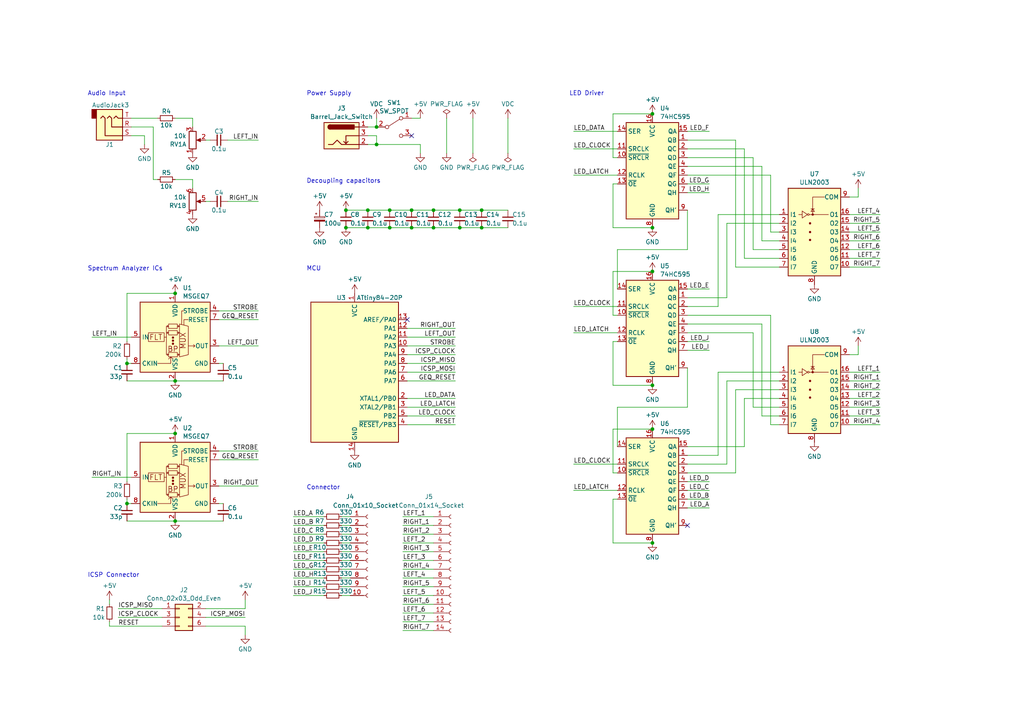
<source format=kicad_sch>
(kicad_sch (version 20230121) (generator eeschema)
  (paper "A4")
  (lib_symbols
    (symbol "74xx:74HC595"
      (property "Reference" "U" (at -7.62 13.97 0))
      (property "Value" "74HC595" (at -7.62 -16.51 0))
      (symbol "74HC595_1_0"
        (pin tri_state line (at 10.16 7.62 180) (length 2.54) (name "QB") (number "1"))
        (pin input line (at -10.16 2.54 0) (length 2.54) (name "~{SRCLR}") (number "10"))
        (pin input line (at -10.16 5.08 0) (length 2.54) (name "SRCLK") (number "11"))
        (pin input line (at -10.16 -2.54 0) (length 2.54) (name "RCLK") (number "12"))
        (pin input line (at -10.16 -5.08 0) (length 2.54) (name "~{OE}") (number "13"))
        (pin input line (at -10.16 10.16 0) (length 2.54) (name "SER") (number "14"))
        (pin tri_state line (at 10.16 10.16 180) (length 2.54) (name "QA") (number "15"))
        (pin power_in line (at 0 15.24 270) (length 2.54) (name "VCC") (number "16"))
        (pin tri_state line (at 10.16 5.08 180) (length 2.54) (name "QC") (number "2"))
        (pin tri_state line (at 10.16 2.54 180) (length 2.54) (name "QD") (number "3"))
        (pin tri_state line (at 10.16 0 180) (length 2.54) (name "QE") (number "4"))
        (pin tri_state line (at 10.16 -2.54 180) (length 2.54) (name "QF") (number "5"))
        (pin tri_state line (at 10.16 -5.08 180) (length 2.54) (name "QG") (number "6"))
        (pin tri_state line (at 10.16 -7.62 180) (length 2.54) (name "QH") (number "7"))
        (pin power_in line (at 0 -17.78 90) (length 2.54) (name "GND") (number "8"))
        (pin output line (at 10.16 -12.7 180) (length 2.54) (name "QH'") (number "9"))
      )
    )
    (symbol "Audio:MSGEQ7"
      (property "Reference" "U" (at -2.54 13.97 0))
      (property "Value" "MSGEQ7" (at -2.54 11.43 0))
      (symbol "MSGEQ7_0_0"
        (text "BP" (at -0.635 -3.429 0) (effects (font (size 1.524 1.524))))
        (text "FLT" (at -5.588 0 0) (effects (font (size 1.524 1.524))))
        (text "MUX" (at 2.286 -1.016 900) (effects (font (size 1.524 1.524))))
      )
      (symbol "MSGEQ7_1_1"
        (pin power_in line (at 0 12.7 270) (length 2.54) (name "VDD") (number "1"))
        (pin power_in line (at 0 -12.7 90) (length 2.54) (name "VSS") (number "2"))
        (pin output line (at 12.7 -2.54 180) (length 2.54) (name "OUT") (number "3"))
        (pin input line (at 12.7 7.62 180) (length 2.54) (name "STROBE") (number "4"))
        (pin input line (at -12.7 0 0) (length 2.54) (name "IN") (number "5"))
        (pin power_out line (at 12.7 -7.62 180) (length 2.54) (name "GND") (number "6"))
        (pin input line (at 12.7 5.08 180) (length 2.54) (name "RESET") (number "7"))
        (pin input line (at -12.7 -7.62 0) (length 2.54) (name "CKIN") (number "8"))
      )
    )
    (symbol "Connector:Barrel_Jack_Switch" (pin_names hide)
      (property "Reference" "J" (at 0 5.334 0))
      (property "Value" "Barrel_Jack_Switch" (at 0 -5.08 0))
      (symbol "Barrel_Jack_Switch_1_1"
        (pin passive line (at 7.62 2.54 180) (length 2.54) (name "~") (number "1"))
        (pin passive line (at 7.62 -2.54 180) (length 2.54) (name "~") (number "2"))
        (pin passive line (at 7.62 0 180) (length 2.54) (name "~") (number "3"))
      )
    )
    (symbol "Connector:Conn_01x10_Socket" (pin_names (offset 1.016) hide)
      (property "Reference" "J" (at 0 12.7 0))
      (property "Value" "Conn_01x10_Socket" (at 0 -15.24 0))
      (symbol "Conn_01x10_Socket_1_1"
        (pin passive line (at -5.08 10.16 0) (length 3.81) (name "Pin_1") (number "1"))
        (pin passive line (at -5.08 -12.7 0) (length 3.81) (name "Pin_10") (number "10"))
        (pin passive line (at -5.08 7.62 0) (length 3.81) (name "Pin_2") (number "2"))
        (pin passive line (at -5.08 5.08 0) (length 3.81) (name "Pin_3") (number "3"))
        (pin passive line (at -5.08 2.54 0) (length 3.81) (name "Pin_4") (number "4"))
        (pin passive line (at -5.08 0 0) (length 3.81) (name "Pin_5") (number "5"))
        (pin passive line (at -5.08 -2.54 0) (length 3.81) (name "Pin_6") (number "6"))
        (pin passive line (at -5.08 -5.08 0) (length 3.81) (name "Pin_7") (number "7"))
        (pin passive line (at -5.08 -7.62 0) (length 3.81) (name "Pin_8") (number "8"))
        (pin passive line (at -5.08 -10.16 0) (length 3.81) (name "Pin_9") (number "9"))
      )
    )
    (symbol "Connector:Conn_01x14_Socket" (pin_names (offset 1.016) hide)
      (property "Reference" "J" (at 0 17.78 0))
      (property "Value" "Conn_01x14_Socket" (at 0 -20.32 0))
      (symbol "Conn_01x14_Socket_1_1"
        (pin passive line (at -5.08 15.24 0) (length 3.81) (name "Pin_1") (number "1"))
        (pin passive line (at -5.08 -7.62 0) (length 3.81) (name "Pin_10") (number "10"))
        (pin passive line (at -5.08 -10.16 0) (length 3.81) (name "Pin_11") (number "11"))
        (pin passive line (at -5.08 -12.7 0) (length 3.81) (name "Pin_12") (number "12"))
        (pin passive line (at -5.08 -15.24 0) (length 3.81) (name "Pin_13") (number "13"))
        (pin passive line (at -5.08 -17.78 0) (length 3.81) (name "Pin_14") (number "14"))
        (pin passive line (at -5.08 12.7 0) (length 3.81) (name "Pin_2") (number "2"))
        (pin passive line (at -5.08 10.16 0) (length 3.81) (name "Pin_3") (number "3"))
        (pin passive line (at -5.08 7.62 0) (length 3.81) (name "Pin_4") (number "4"))
        (pin passive line (at -5.08 5.08 0) (length 3.81) (name "Pin_5") (number "5"))
        (pin passive line (at -5.08 2.54 0) (length 3.81) (name "Pin_6") (number "6"))
        (pin passive line (at -5.08 0 0) (length 3.81) (name "Pin_7") (number "7"))
        (pin passive line (at -5.08 -2.54 0) (length 3.81) (name "Pin_8") (number "8"))
        (pin passive line (at -5.08 -5.08 0) (length 3.81) (name "Pin_9") (number "9"))
      )
    )
    (symbol "Connector_Audio:AudioJack3"
      (property "Reference" "J" (at 0 8.89 0))
      (property "Value" "AudioJack3" (at 0 6.35 0))
      (symbol "AudioJack3_1_1"
        (pin passive line (at 5.08 0 180) (length 2.54) (name "~") (number "R"))
        (pin passive line (at 5.08 2.54 180) (length 2.54) (name "~") (number "S"))
        (pin passive line (at 5.08 -2.54 180) (length 2.54) (name "~") (number "T"))
      )
    )
    (symbol "Connector_Generic:Conn_02x03_Odd_Even" (pin_names (offset 1.016) hide)
      (property "Reference" "J" (at 1.27 5.08 0))
      (property "Value" "Conn_02x03_Odd_Even" (at 1.27 -5.08 0))
      (symbol "Conn_02x03_Odd_Even_1_1"
        (pin passive line (at -5.08 2.54 0) (length 3.81) (name "Pin_1") (number "1"))
        (pin passive line (at 7.62 2.54 180) (length 3.81) (name "Pin_2") (number "2"))
        (pin passive line (at -5.08 0 0) (length 3.81) (name "Pin_3") (number "3"))
        (pin passive line (at 7.62 0 180) (length 3.81) (name "Pin_4") (number "4"))
        (pin passive line (at -5.08 -2.54 0) (length 3.81) (name "Pin_5") (number "5"))
        (pin passive line (at 7.62 -2.54 180) (length 3.81) (name "Pin_6") (number "6"))
      )
    )
    (symbol "Device:C_Polarized_Small" (pin_numbers hide) (pin_names (offset 0.254) hide)
      (property "Reference" "C" (at 0.254 1.778 0))
      (property "Value" "C_Polarized_Small" (at 0.254 -2.032 0))
      (symbol "C_Polarized_Small_1_1"
        (pin passive line (at 0 2.54 270) (length 1.8542) (name "~") (number "1"))
        (pin passive line (at 0 -2.54 90) (length 1.8542) (name "~") (number "2"))
      )
    )
    (symbol "Device:C_Small" (pin_numbers hide) (pin_names (offset 0.254) hide)
      (property "Reference" "C" (at 0.254 1.778 0))
      (property "Value" "C_Small" (at 0.254 -2.032 0))
      (symbol "C_Small_1_1"
        (pin passive line (at 0 2.54 270) (length 2.032) (name "~") (number "1"))
        (pin passive line (at 0 -2.54 90) (length 2.032) (name "~") (number "2"))
      )
    )
    (symbol "Device:R_Potentiometer_Dual_Separate" (pin_names (offset 1.016) hide)
      (property "Reference" "RV" (at -4.445 0 90))
      (property "Value" "R_Potentiometer_Dual_Separate" (at -2.54 0 90))
      (symbol "R_Potentiometer_Dual_Separate_1_1"
        (pin passive line (at 0 3.81 270) (length 1.27) (name "1") (number "1"))
        (pin passive line (at 3.81 0 180) (length 1.27) (name "2") (number "2"))
        (pin passive line (at 0 -3.81 90) (length 1.27) (name "3") (number "3"))
      )
      (symbol "R_Potentiometer_Dual_Separate_2_1"
        (pin passive line (at 0 3.81 270) (length 1.27) (name "4") (number "4"))
        (pin passive line (at 3.81 0 180) (length 1.27) (name "5") (number "5"))
        (pin passive line (at 0 -3.81 90) (length 1.27) (name "6") (number "6"))
      )
    )
    (symbol "Device:R_Small" (pin_numbers hide) (pin_names (offset 0.254) hide)
      (property "Reference" "R" (at 0.762 0.508 0))
      (property "Value" "R_Small" (at 0.762 -1.016 0))
      (symbol "R_Small_1_1"
        (pin passive line (at 0 2.54 270) (length 0.762) (name "~") (number "1"))
        (pin passive line (at 0 -2.54 90) (length 0.762) (name "~") (number "2"))
      )
    )
    (symbol "MCU_Microchip_ATtiny:ATtiny84-20P"
      (property "Reference" "U" (at -12.7 21.59 0))
      (property "Value" "ATtiny84-20P" (at 2.54 -21.59 0))
      (symbol "ATtiny84-20P_1_1"
        (pin power_in line (at 0 22.86 270) (length 2.54) (name "VCC") (number "1"))
        (pin bidirectional line (at 15.24 7.62 180) (length 2.54) (name "PA3") (number "10"))
        (pin bidirectional line (at 15.24 10.16 180) (length 2.54) (name "PA2") (number "11"))
        (pin bidirectional line (at 15.24 12.7 180) (length 2.54) (name "PA1") (number "12"))
        (pin bidirectional line (at 15.24 15.24 180) (length 2.54) (name "AREF/PA0") (number "13"))
        (pin power_in line (at 0 -22.86 90) (length 2.54) (name "GND") (number "14"))
        (pin bidirectional line (at 15.24 -7.62 180) (length 2.54) (name "XTAL1/PB0") (number "2"))
        (pin bidirectional line (at 15.24 -10.16 180) (length 2.54) (name "XTAL2/PB1") (number "3"))
        (pin bidirectional line (at 15.24 -15.24 180) (length 2.54) (name "~{RESET}/PB3") (number "4"))
        (pin bidirectional line (at 15.24 -12.7 180) (length 2.54) (name "PB2") (number "5"))
        (pin bidirectional line (at 15.24 -2.54 180) (length 2.54) (name "PA7") (number "6"))
        (pin bidirectional line (at 15.24 0 180) (length 2.54) (name "PA6") (number "7"))
        (pin bidirectional line (at 15.24 2.54 180) (length 2.54) (name "PA5") (number "8"))
        (pin bidirectional line (at 15.24 5.08 180) (length 2.54) (name "PA4") (number "9"))
      )
    )
    (symbol "Switch:SW_SPDT" (pin_names (offset 0) hide)
      (property "Reference" "SW" (at 0 4.318 0))
      (property "Value" "SW_SPDT" (at 0 -5.08 0))
      (symbol "SW_SPDT_1_1"
        (pin passive line (at 5.08 2.54 180) (length 2.54) (name "A") (number "1"))
        (pin passive line (at -5.08 0 0) (length 2.54) (name "B") (number "2"))
        (pin passive line (at 5.08 -2.54 180) (length 2.54) (name "C") (number "3"))
      )
    )
    (symbol "Transistor_Array:ULN2003"
      (property "Reference" "U" (at 0 15.875 0))
      (property "Value" "ULN2003" (at 0 13.97 0))
      (symbol "ULN2003_1_1"
        (pin input line (at -10.16 5.08 0) (length 2.54) (name "I1") (number "1"))
        (pin open_collector line (at 10.16 -10.16 180) (length 2.54) (name "O7") (number "10"))
        (pin open_collector line (at 10.16 -7.62 180) (length 2.54) (name "O6") (number "11"))
        (pin open_collector line (at 10.16 -5.08 180) (length 2.54) (name "O5") (number "12"))
        (pin open_collector line (at 10.16 -2.54 180) (length 2.54) (name "O4") (number "13"))
        (pin open_collector line (at 10.16 0 180) (length 2.54) (name "O3") (number "14"))
        (pin open_collector line (at 10.16 2.54 180) (length 2.54) (name "O2") (number "15"))
        (pin open_collector line (at 10.16 5.08 180) (length 2.54) (name "O1") (number "16"))
        (pin input line (at -10.16 2.54 0) (length 2.54) (name "I2") (number "2"))
        (pin input line (at -10.16 0 0) (length 2.54) (name "I3") (number "3"))
        (pin input line (at -10.16 -2.54 0) (length 2.54) (name "I4") (number "4"))
        (pin input line (at -10.16 -5.08 0) (length 2.54) (name "I5") (number "5"))
        (pin input line (at -10.16 -7.62 0) (length 2.54) (name "I6") (number "6"))
        (pin input line (at -10.16 -10.16 0) (length 2.54) (name "I7") (number "7"))
        (pin power_in line (at 0 -15.24 90) (length 2.54) (name "GND") (number "8"))
        (pin passive line (at 10.16 10.16 180) (length 2.54) (name "COM") (number "9"))
      )
    )
    (symbol "power:+5V" (power) (pin_names (offset 0))
      (property "Value" "+5V" (at 0 3.556 0))
      (symbol "+5V_1_1"
        (pin power_in line (at 0 0 90) (length 0) hide (name "+5V") (number "1"))
      )
    )
    (symbol "power:GND" (power) (pin_names (offset 0))
      (property "Value" "GND" (at 0 -3.81 0))
      (symbol "GND_1_1"
        (pin power_in line (at 0 0 270) (length 0) hide (name "GND") (number "1"))
      )
    )
    (symbol "power:PWR_FLAG" (power) (pin_numbers hide) (pin_names (offset 0) hide)
      (property "Value" "PWR_FLAG" (at 0 3.81 0))
      (symbol "PWR_FLAG_0_0"
        (pin power_out line (at 0 0 90) (length 0) (name "pwr") (number "1"))
      )
    )
    (symbol "power:VDC" (power) (pin_names (offset 0))
      (property "Value" "VDC" (at 0 6.35 0))
      (symbol "VDC_1_1"
        (pin power_in line (at 0 0 90) (length 0) hide (name "VDC") (number "1"))
      )
    )
  )
  (junction (at 113.03 66.04))
  (junction (at 100.33 66.04))
  (junction (at 139.7 66.04))
  (junction (at 189.23 111.76))
  (junction (at 36.83 146.05))
  (junction (at 133.35 66.04))
  (junction (at 133.35 60.96))
  (junction (at 125.73 60.96))
  (junction (at 189.23 66.04))
  (junction (at 189.23 124.46))
  (junction (at 119.38 60.96))
  (junction (at 119.38 66.04))
  (junction (at 189.23 33.02))
  (junction (at 50.8 125.73))
  (junction (at 50.8 85.09))
  (junction (at 106.68 60.96))
  (junction (at 100.33 60.96))
  (junction (at 113.03 60.96))
  (junction (at 36.83 105.41))
  (junction (at 189.23 78.74))
  (junction (at 50.8 151.13))
  (junction (at 106.68 66.04))
  (junction (at 189.23 157.48))
  (junction (at 109.22 41.91))
  (junction (at 125.73 66.04))
  (junction (at 139.7 60.96))
  (junction (at 109.22 36.83))
  (junction (at 50.8 110.49))
  (no_connect (at 119.38 39.37))
  (no_connect (at 199.39 152.4))
  (no_connect (at 118.11 92.71))
  (wire (pts (xy 213.36 113.03) (xy 213.36 137.16)))
  (wire (pts (xy 31.75 173.99) (xy 31.75 175.26)))
  (wire (pts (xy 125.73 154.94) (xy 116.84 154.94)))
  (wire (pts (xy 177.8 124.46) (xy 177.8 137.16)))
  (wire (pts (xy 59.69 176.53) (xy 71.12 176.53)))
  (wire (pts (xy 85.09 157.48) (xy 93.98 157.48)))
  (wire (pts (xy 121.92 41.91) (xy 121.92 44.45)))
  (wire (pts (xy 199.39 55.88) (xy 205.74 55.88)))
  (wire (pts (xy 213.36 40.64) (xy 213.36 77.47)))
  (wire (pts (xy 113.03 66.04) (xy 119.38 66.04)))
  (wire (pts (xy 246.38 77.47) (xy 255.27 77.47)))
  (wire (pts (xy 215.9 74.93) (xy 215.9 43.18)))
  (wire (pts (xy 85.09 154.94) (xy 93.98 154.94)))
  (wire (pts (xy 177.8 99.06) (xy 177.8 111.76)))
  (wire (pts (xy 208.28 62.23) (xy 226.06 62.23)))
  (wire (pts (xy 199.39 134.62) (xy 210.82 134.62)))
  (wire (pts (xy 137.16 34.29) (xy 137.16 44.45)))
  (wire (pts (xy 59.69 181.61) (xy 71.12 181.61)))
  (wire (pts (xy 44.45 52.07) (xy 45.72 52.07)))
  (wire (pts (xy 226.06 74.93) (xy 215.9 74.93)))
  (wire (pts (xy 166.37 43.18) (xy 179.07 43.18)))
  (wire (pts (xy 210.82 86.36) (xy 210.82 64.77)))
  (wire (pts (xy 218.44 72.39) (xy 226.06 72.39)))
  (wire (pts (xy 36.83 144.78) (xy 36.83 146.05)))
  (wire (pts (xy 125.73 60.96) (xy 133.35 60.96)))
  (wire (pts (xy 218.44 96.52) (xy 218.44 118.11)))
  (wire (pts (xy 85.09 149.86) (xy 93.98 149.86)))
  (wire (pts (xy 199.39 72.39) (xy 199.39 60.96)))
  (wire (pts (xy 31.75 181.61) (xy 46.99 181.61)))
  (wire (pts (xy 199.39 132.08) (xy 208.28 132.08)))
  (wire (pts (xy 118.11 120.65) (xy 132.08 120.65)))
  (wire (pts (xy 177.8 137.16) (xy 179.07 137.16)))
  (wire (pts (xy 177.8 157.48) (xy 189.23 157.48)))
  (wire (pts (xy 74.93 40.64) (xy 66.04 40.64)))
  (wire (pts (xy 119.38 66.04) (xy 125.73 66.04)))
  (wire (pts (xy 177.8 111.76) (xy 189.23 111.76)))
  (wire (pts (xy 106.68 66.04) (xy 113.03 66.04)))
  (wire (pts (xy 248.92 57.15) (xy 246.38 57.15)))
  (wire (pts (xy 199.39 91.44) (xy 223.52 91.44)))
  (wire (pts (xy 199.39 96.52) (xy 218.44 96.52)))
  (wire (pts (xy 41.91 39.37) (xy 41.91 41.91)))
  (wire (pts (xy 179.07 118.11) (xy 199.39 118.11)))
  (wire (pts (xy 38.1 105.41) (xy 36.83 105.41)))
  (wire (pts (xy 208.28 132.08) (xy 208.28 107.95)))
  (wire (pts (xy 208.28 88.9) (xy 208.28 62.23)))
  (wire (pts (xy 246.38 113.03) (xy 255.27 113.03)))
  (wire (pts (xy 59.69 58.42) (xy 60.96 58.42)))
  (wire (pts (xy 63.5 100.33) (xy 74.93 100.33)))
  (wire (pts (xy 166.37 38.1) (xy 179.07 38.1)))
  (wire (pts (xy 246.38 74.93) (xy 255.27 74.93)))
  (wire (pts (xy 85.09 162.56) (xy 93.98 162.56)))
  (wire (pts (xy 63.5 133.35) (xy 74.93 133.35)))
  (wire (pts (xy 199.39 118.11) (xy 199.39 106.68)))
  (wire (pts (xy 199.39 142.24) (xy 205.74 142.24)))
  (wire (pts (xy 248.92 100.33) (xy 248.92 102.87)))
  (wire (pts (xy 101.6 172.72) (xy 99.06 172.72)))
  (wire (pts (xy 50.8 151.13) (xy 64.77 151.13)))
  (wire (pts (xy 50.8 34.29) (xy 55.88 34.29)))
  (wire (pts (xy 166.37 142.24) (xy 179.07 142.24)))
  (wire (pts (xy 177.8 66.04) (xy 189.23 66.04)))
  (wire (pts (xy 101.6 157.48) (xy 99.06 157.48)))
  (wire (pts (xy 166.37 50.8) (xy 179.07 50.8)))
  (wire (pts (xy 63.5 105.41) (xy 64.77 105.41)))
  (wire (pts (xy 55.88 34.29) (xy 55.88 36.83)))
  (wire (pts (xy 34.29 179.07) (xy 46.99 179.07)))
  (wire (pts (xy 133.35 66.04) (xy 139.7 66.04)))
  (wire (pts (xy 246.38 120.65) (xy 255.27 120.65)))
  (wire (pts (xy 36.83 125.73) (xy 50.8 125.73)))
  (wire (pts (xy 106.68 39.37) (xy 109.22 39.37)))
  (wire (pts (xy 246.38 107.95) (xy 255.27 107.95)))
  (wire (pts (xy 210.82 134.62) (xy 210.82 110.49)))
  (wire (pts (xy 199.39 86.36) (xy 210.82 86.36)))
  (wire (pts (xy 210.82 110.49) (xy 226.06 110.49)))
  (wire (pts (xy 85.09 167.64) (xy 93.98 167.64)))
  (wire (pts (xy 199.39 53.34) (xy 205.74 53.34)))
  (wire (pts (xy 179.07 99.06) (xy 177.8 99.06)))
  (wire (pts (xy 36.83 85.09) (xy 50.8 85.09)))
  (wire (pts (xy 246.38 67.31) (xy 255.27 67.31)))
  (wire (pts (xy 166.37 88.9) (xy 179.07 88.9)))
  (wire (pts (xy 101.6 152.4) (xy 99.06 152.4)))
  (wire (pts (xy 50.8 110.49) (xy 64.77 110.49)))
  (wire (pts (xy 139.7 60.96) (xy 147.32 60.96)))
  (wire (pts (xy 223.52 91.44) (xy 223.52 123.19)))
  (wire (pts (xy 118.11 118.11) (xy 132.08 118.11)))
  (wire (pts (xy 220.98 93.98) (xy 220.98 120.65)))
  (wire (pts (xy 125.73 165.1) (xy 116.84 165.1)))
  (wire (pts (xy 125.73 172.72) (xy 116.84 172.72)))
  (wire (pts (xy 101.6 167.64) (xy 99.06 167.64)))
  (wire (pts (xy 246.38 110.49) (xy 255.27 110.49)))
  (wire (pts (xy 85.09 172.72) (xy 93.98 172.72)))
  (wire (pts (xy 220.98 69.85) (xy 226.06 69.85)))
  (wire (pts (xy 63.5 140.97) (xy 74.93 140.97)))
  (wire (pts (xy 226.06 113.03) (xy 213.36 113.03)))
  (wire (pts (xy 246.38 72.39) (xy 255.27 72.39)))
  (wire (pts (xy 177.8 78.74) (xy 189.23 78.74)))
  (wire (pts (xy 125.73 162.56) (xy 116.84 162.56)))
  (wire (pts (xy 223.52 67.31) (xy 226.06 67.31)))
  (wire (pts (xy 179.07 53.34) (xy 177.8 53.34)))
  (wire (pts (xy 179.07 129.54) (xy 179.07 118.11)))
  (wire (pts (xy 85.09 152.4) (xy 93.98 152.4)))
  (wire (pts (xy 125.73 160.02) (xy 116.84 160.02)))
  (wire (pts (xy 125.73 167.64) (xy 116.84 167.64)))
  (wire (pts (xy 119.38 60.96) (xy 125.73 60.96)))
  (wire (pts (xy 106.68 60.96) (xy 113.03 60.96)))
  (wire (pts (xy 199.39 144.78) (xy 205.74 144.78)))
  (wire (pts (xy 118.11 97.79) (xy 132.08 97.79)))
  (wire (pts (xy 36.83 105.41) (xy 36.83 104.14)))
  (wire (pts (xy 210.82 64.77) (xy 226.06 64.77)))
  (wire (pts (xy 100.33 66.04) (xy 106.68 66.04)))
  (wire (pts (xy 166.37 96.52) (xy 179.07 96.52)))
  (wire (pts (xy 109.22 39.37) (xy 109.22 41.91)))
  (wire (pts (xy 118.11 102.87) (xy 132.08 102.87)))
  (wire (pts (xy 199.39 38.1) (xy 205.74 38.1)))
  (wire (pts (xy 199.39 93.98) (xy 220.98 93.98)))
  (wire (pts (xy 50.8 52.07) (xy 55.88 52.07)))
  (wire (pts (xy 199.39 45.72) (xy 218.44 45.72)))
  (wire (pts (xy 101.6 162.56) (xy 99.06 162.56)))
  (wire (pts (xy 215.9 115.57) (xy 226.06 115.57)))
  (wire (pts (xy 71.12 176.53) (xy 71.12 173.99)))
  (wire (pts (xy 199.39 48.26) (xy 220.98 48.26)))
  (wire (pts (xy 220.98 120.65) (xy 226.06 120.65)))
  (wire (pts (xy 199.39 88.9) (xy 208.28 88.9)))
  (wire (pts (xy 113.03 60.96) (xy 119.38 60.96)))
  (wire (pts (xy 199.39 40.64) (xy 213.36 40.64)))
  (wire (pts (xy 45.72 34.29) (xy 38.1 34.29)))
  (wire (pts (xy 177.8 45.72) (xy 179.07 45.72)))
  (wire (pts (xy 208.28 107.95) (xy 226.06 107.95)))
  (wire (pts (xy 246.38 62.23) (xy 255.27 62.23)))
  (wire (pts (xy 31.75 180.34) (xy 31.75 181.61)))
  (wire (pts (xy 177.8 78.74) (xy 177.8 91.44)))
  (wire (pts (xy 246.38 64.77) (xy 255.27 64.77)))
  (wire (pts (xy 118.11 95.25) (xy 132.08 95.25)))
  (wire (pts (xy 118.11 100.33) (xy 132.08 100.33)))
  (wire (pts (xy 118.11 105.41) (xy 132.08 105.41)))
  (wire (pts (xy 85.09 170.18) (xy 93.98 170.18)))
  (wire (pts (xy 133.35 60.96) (xy 139.7 60.96)))
  (wire (pts (xy 106.68 41.91) (xy 109.22 41.91)))
  (wire (pts (xy 177.8 91.44) (xy 179.07 91.44)))
  (wire (pts (xy 59.69 40.64) (xy 60.96 40.64)))
  (wire (pts (xy 63.5 146.05) (xy 64.77 146.05)))
  (wire (pts (xy 223.52 50.8) (xy 223.52 67.31)))
  (wire (pts (xy 177.8 33.02) (xy 177.8 45.72)))
  (wire (pts (xy 125.73 177.8) (xy 116.84 177.8)))
  (wire (pts (xy 248.92 54.61) (xy 248.92 57.15)))
  (wire (pts (xy 177.8 53.34) (xy 177.8 66.04)))
  (wire (pts (xy 125.73 66.04) (xy 133.35 66.04)))
  (wire (pts (xy 246.38 69.85) (xy 255.27 69.85)))
  (wire (pts (xy 59.69 179.07) (xy 71.12 179.07)))
  (wire (pts (xy 125.73 175.26) (xy 116.84 175.26)))
  (wire (pts (xy 223.52 123.19) (xy 226.06 123.19)))
  (wire (pts (xy 125.73 149.86) (xy 116.84 149.86)))
  (wire (pts (xy 125.73 170.18) (xy 116.84 170.18)))
  (wire (pts (xy 215.9 43.18) (xy 199.39 43.18)))
  (wire (pts (xy 109.22 41.91) (xy 121.92 41.91)))
  (wire (pts (xy 179.07 83.82) (xy 179.07 72.39)))
  (wire (pts (xy 36.83 151.13) (xy 50.8 151.13)))
  (wire (pts (xy 44.45 36.83) (xy 44.45 52.07)))
  (wire (pts (xy 101.6 165.1) (xy 99.06 165.1)))
  (wire (pts (xy 199.39 101.6) (xy 205.74 101.6)))
  (wire (pts (xy 38.1 39.37) (xy 41.91 39.37)))
  (wire (pts (xy 246.38 123.19) (xy 255.27 123.19)))
  (wire (pts (xy 74.93 58.42) (xy 66.04 58.42)))
  (wire (pts (xy 44.45 36.83) (xy 38.1 36.83)))
  (wire (pts (xy 199.39 129.54) (xy 215.9 129.54)))
  (wire (pts (xy 118.11 107.95) (xy 132.08 107.95)))
  (wire (pts (xy 177.8 144.78) (xy 177.8 157.48)))
  (wire (pts (xy 36.83 146.05) (xy 38.1 146.05)))
  (wire (pts (xy 220.98 48.26) (xy 220.98 69.85)))
  (wire (pts (xy 101.6 160.02) (xy 99.06 160.02)))
  (wire (pts (xy 125.73 182.88) (xy 116.84 182.88)))
  (wire (pts (xy 246.38 118.11) (xy 255.27 118.11)))
  (wire (pts (xy 147.32 34.29) (xy 147.32 44.45)))
  (wire (pts (xy 118.11 123.19) (xy 132.08 123.19)))
  (wire (pts (xy 199.39 147.32) (xy 205.74 147.32)))
  (wire (pts (xy 125.73 180.34) (xy 116.84 180.34)))
  (wire (pts (xy 109.22 34.29) (xy 109.22 36.83)))
  (wire (pts (xy 63.5 130.81) (xy 74.93 130.81)))
  (wire (pts (xy 199.39 139.7) (xy 205.74 139.7)))
  (wire (pts (xy 85.09 165.1) (xy 93.98 165.1)))
  (wire (pts (xy 26.67 138.43) (xy 38.1 138.43)))
  (wire (pts (xy 118.11 110.49) (xy 132.08 110.49)))
  (wire (pts (xy 85.09 160.02) (xy 93.98 160.02)))
  (wire (pts (xy 125.73 152.4) (xy 116.84 152.4)))
  (wire (pts (xy 101.6 170.18) (xy 99.06 170.18)))
  (wire (pts (xy 63.5 90.17) (xy 74.93 90.17)))
  (wire (pts (xy 109.22 36.83) (xy 106.68 36.83)))
  (wire (pts (xy 246.38 115.57) (xy 255.27 115.57)))
  (wire (pts (xy 71.12 181.61) (xy 71.12 184.15)))
  (wire (pts (xy 218.44 45.72) (xy 218.44 72.39)))
  (wire (pts (xy 179.07 72.39) (xy 199.39 72.39)))
  (wire (pts (xy 213.36 137.16) (xy 199.39 137.16)))
  (wire (pts (xy 125.73 157.48) (xy 116.84 157.48)))
  (wire (pts (xy 100.33 60.96) (xy 106.68 60.96)))
  (wire (pts (xy 36.83 110.49) (xy 50.8 110.49)))
  (wire (pts (xy 248.92 102.87) (xy 246.38 102.87)))
  (wire (pts (xy 101.6 154.94) (xy 99.06 154.94)))
  (wire (pts (xy 179.07 144.78) (xy 177.8 144.78)))
  (wire (pts (xy 101.6 149.86) (xy 99.06 149.86)))
  (wire (pts (xy 199.39 50.8) (xy 223.52 50.8)))
  (wire (pts (xy 118.11 115.57) (xy 132.08 115.57)))
  (wire (pts (xy 129.54 34.29) (xy 129.54 44.45)))
  (wire (pts (xy 34.29 176.53) (xy 46.99 176.53)))
  (wire (pts (xy 199.39 83.82) (xy 205.74 83.82)))
  (wire (pts (xy 177.8 124.46) (xy 189.23 124.46)))
  (wire (pts (xy 139.7 66.04) (xy 147.32 66.04)))
  (wire (pts (xy 36.83 99.06) (xy 36.83 85.09)))
  (wire (pts (xy 215.9 129.54) (xy 215.9 115.57)))
  (wire (pts (xy 63.5 92.71) (xy 74.93 92.71)))
  (wire (pts (xy 166.37 134.62) (xy 179.07 134.62)))
  (wire (pts (xy 55.88 52.07) (xy 55.88 54.61)))
  (wire (pts (xy 26.67 97.79) (xy 38.1 97.79)))
  (wire (pts (xy 199.39 99.06) (xy 205.74 99.06)))
  (wire (pts (xy 177.8 33.02) (xy 189.23 33.02)))
  (wire (pts (xy 213.36 77.47) (xy 226.06 77.47)))
  (wire (pts (xy 119.38 34.29) (xy 121.92 34.29)))
  (wire (pts (xy 36.83 139.7) (xy 36.83 125.73)))
  (wire (pts (xy 218.44 118.11) (xy 226.06 118.11)))
  (text "Spectrum Analyzer ICs" (at 25.4 78.74 0) (effects (font (size 1.27 1.27)) (justify left bottom)))
  (text "Power Supply" (at 88.9 27.94 0) (effects (font (size 1.27 1.27)) (justify left bottom)))
  (text "LED Driver" (at 165.1 27.94 0) (effects (font (size 1.27 1.27)) (justify left bottom)))
  (text "Audio Input" (at 25.4 27.94 0) (effects (font (size 1.27 1.27)) (justify left bottom)))
  (text "Decoupling capacitors" (at 88.9 53.34 0) (effects (font (size 1.27 1.27)) (justify left bottom)))
  (text "MCU" (at 88.9 78.74 0) (effects (font (size 1.27 1.27)) (justify left bottom)))
  (text "ICSP Connector" (at 25.4 167.64 0) (effects (font (size 1.27 1.27)) (justify left bottom)))
  (text "Connector" (at 88.9 142.24 0) (effects (font (size 1.27 1.27)) (justify left bottom)))
  (label "LED_B" (at 85.09 152.4 0))
  (label "LEFT_OUT" (at 132.08 97.79 180))
  (label "LEFT_4" (at 116.84 167.64 0))
  (label "LED_D" (at 85.09 157.48 0))
  (label "RIGHT_OUT" (at 132.08 95.25 180))
  (label "ICSP_MOSI" (at 132.08 107.95 180))
  (label "LED_F" (at 205.74 38.1 180))
  (label "GEQ_RESET" (at 74.93 133.35 180))
  (label "LED_F" (at 85.09 162.56 0))
  (label "GEQ_RESET" (at 74.93 92.71 180))
  (label "RIGHT_3" (at 116.84 160.02 0))
  (label "LEFT_IN" (at 26.67 97.79 0))
  (label "LED_G" (at 85.09 165.1 0))
  (label "LEFT_2" (at 255.27 115.57 180))
  (label "LED_CLOCK" (at 166.37 43.18 0))
  (label "LEFT_1" (at 116.84 149.86 0))
  (label "LED_DATA" (at 166.37 38.1 0))
  (label "LED_LATCH" (at 166.37 50.8 0))
  (label "LED_CLOCK" (at 166.37 134.62 0))
  (label "LED_A" (at 205.74 147.32 180))
  (label "RIGHT_1" (at 255.27 110.49 180))
  (label "ICSP_CLOCK" (at 34.29 179.07 0))
  (label "LED_C" (at 205.74 142.24 180))
  (label "LED_I" (at 205.74 101.6 180))
  (label "LED_E" (at 85.09 160.02 0))
  (label "LED_LATCH" (at 132.08 118.11 180))
  (label "LED_H" (at 205.74 55.88 180))
  (label "STROBE" (at 74.93 130.81 180))
  (label "RIGHT_6" (at 116.84 175.26 0))
  (label "LEFT_4" (at 255.27 62.23 180))
  (label "ICSP_MISO" (at 132.08 105.41 180))
  (label "RIGHT_OUT" (at 74.93 140.97 180))
  (label "STROBE" (at 74.93 90.17 180))
  (label "RIGHT_IN" (at 26.67 138.43 0))
  (label "LEFT_6" (at 255.27 72.39 180))
  (label "STROBE" (at 132.08 100.33 180))
  (label "LED_LATCH" (at 166.37 142.24 0))
  (label "RIGHT_5" (at 116.84 170.18 0))
  (label "LEFT_7" (at 255.27 74.93 180))
  (label "LEFT_5" (at 255.27 67.31 180))
  (label "LEFT_7" (at 116.84 180.34 0))
  (label "LED_I" (at 85.09 170.18 0))
  (label "LED_B" (at 205.74 144.78 180))
  (label "RIGHT_7" (at 255.27 77.47 180))
  (label "ICSP_MOSI" (at 71.12 179.07 180))
  (label "LED_J" (at 85.09 172.72 0))
  (label "LEFT_5" (at 116.84 172.72 0))
  (label "LEFT_6" (at 116.84 177.8 0))
  (label "RIGHT_2" (at 255.27 113.03 180))
  (label "RIGHT_7" (at 116.84 182.88 0))
  (label "LEFT_3" (at 116.84 162.56 0))
  (label "LED_D" (at 205.74 139.7 180))
  (label "ICSP_MISO" (at 34.29 176.53 0))
  (label "LED_CLOCK" (at 132.08 120.65 180))
  (label "ICSP_CLOCK" (at 132.08 102.87 180))
  (label "LEFT_IN" (at 74.93 40.64 180))
  (label "RIGHT_4" (at 116.84 165.1 0))
  (label "LEFT_3" (at 255.27 120.65 180))
  (label "LED_G" (at 205.74 53.34 180))
  (label "RIGHT_3" (at 255.27 118.11 180))
  (label "LED_E" (at 205.74 83.82 180))
  (label "RIGHT_6" (at 255.27 69.85 180))
  (label "LED_H" (at 85.09 167.64 0))
  (label "LED_J" (at 205.74 99.06 180))
  (label "RESET" (at 34.29 181.61 0))
  (label "LED_CLOCK" (at 166.37 88.9 0))
  (label "LED_LATCH" (at 166.37 96.52 0))
  (label "RIGHT_1" (at 116.84 152.4 0))
  (label "RIGHT_5" (at 255.27 64.77 180))
  (label "RIGHT_IN" (at 74.93 58.42 180))
  (label "LED_DATA" (at 132.08 115.57 180))
  (label "LEFT_OUT" (at 74.93 100.33 180))
  (label "LEFT_2" (at 116.84 157.48 0))
  (label "LEFT_1" (at 255.27 107.95 180))
  (label "RESET" (at 132.08 123.19 180))
  (label "RIGHT_2" (at 116.84 154.94 0))
  (label "LED_A" (at 85.09 149.86 0))
  (label "GEQ_RESET" (at 132.08 110.49 180))
  (label "RIGHT_4" (at 255.27 123.19 180))
  (label "LED_C" (at 85.09 154.94 0))
  (symbol (lib_id "power:+5V") (at 248.92 54.61 0) (unit 1)
    (property "Reference" "#PWR033" (effects hide))
    (property "Value" "+5V" (at 248.92 50.4769 0))
  )
  (symbol (lib_id "power:GND") (at 55.88 44.45 0) (mirror y) (unit 1)
    (property "Reference" "#PWR07" (effects hide))
    (property "Value" "GND" (at 55.88 48.5831 0))
  )
  (symbol (lib_id "Device:R_Small") (at 96.52 172.72 90) (unit 1)
    (property "Reference" "R15" (at 92.71 171.45 90))
    (property "Value" "330" (at 100.33 171.45 90))
    (property "Footprint" "Resistor_THT:R_Axial_DIN0207_L6.3mm_D2.5mm_P7.62mm_Horizontal" (effects hide))
  )
  (symbol (lib_id "Audio:MSGEQ7") (at 50.8 138.43 0) (unit 1)
    (property "Reference" "U2" (at 52.9941 124.1257 0) (effects (justify left)))
    (property "Value" "MSGEQ7" (at 52.9941 126.5499 0) (effects (justify left)))
    (property "Footprint" "Package_DIP:DIP-8_W7.62mm" (effects hide))
    (property "Datasheet" "http://mix-sig.com/images/datasheets/MSGEQ7.pdf" (effects hide))
  )
  (symbol (lib_id "Device:C_Small") (at 36.83 148.59 0) (unit 1)
    (property "Reference" "C2" (at 35.56 147.32 0) (effects (justify right)))
    (property "Value" "33p" (at 35.56 149.86 0) (effects (justify right)))
    (property "Footprint" "Capacitor_THT:C_Disc_D3.4mm_W2.1mm_P2.50mm" (effects hide))
  )
  (symbol (lib_id "power:+5V") (at 137.16 34.29 0) (unit 1)
    (property "Reference" "#PWR024" (effects hide))
    (property "Value" "+5V" (at 137.16 30.1569 0))
  )
  (symbol (lib_id "74xx:74HC595") (at 189.23 139.7 0) (unit 1)
    (property "Reference" "U6" (at 191.4241 122.8557 0) (effects (justify left)))
    (property "Value" "74HC595" (at 191.4241 125.2799 0) (effects (justify left)))
    (property "Footprint" "Package_DIP:DIP-16_W7.62mm" (effects hide))
    (property "Datasheet" "http://www.ti.com/lit/ds/symlink/sn74hc595.pdf" (effects hide))
  )
  (symbol (lib_id "Device:C_Small") (at 63.5 58.42 270) (mirror x) (unit 1)
    (property "Reference" "C4" (at 63.5 55.88 90))
    (property "Value" "0.1u" (at 63.5 60.96 90))
    (property "Footprint" "Capacitor_THT:C_Disc_D3.4mm_W2.1mm_P2.50mm" (effects hide))
  )
  (symbol (lib_id "MCU_Microchip_ATtiny:ATtiny84-20P") (at 102.87 107.95 0) (unit 1)
    (property "Reference" "U3" (at 100.33 86.36 0) (effects (justify right)))
    (property "Value" "ATtiny84-20P" (at 116.84 86.36 0) (effects (justify right)))
    (property "Footprint" "Package_DIP:DIP-14_W7.62mm" (effects hide))
    (property "Datasheet" "http://ww1.microchip.com/downloads/en/DeviceDoc/doc8006.pdf" (effects hide))
  )
  (symbol (lib_id "power:+5V") (at 31.75 173.99 0) (unit 1)
    (property "Reference" "#PWR01" (effects hide))
    (property "Value" "+5V" (at 31.75 169.8569 0))
  )
  (symbol (lib_id "Audio:MSGEQ7") (at 50.8 97.79 0) (unit 1)
    (property "Reference" "U1" (at 52.9941 83.4857 0) (effects (justify left)))
    (property "Value" "MSGEQ7" (at 52.9941 85.9099 0) (effects (justify left)))
    (property "Footprint" "Package_DIP:DIP-8_W7.62mm" (effects hide))
    (property "Datasheet" "http://mix-sig.com/images/datasheets/MSGEQ7.pdf" (effects hide))
  )
  (symbol (lib_id "power:+5V") (at 248.92 100.33 0) (unit 1)
    (property "Reference" "#PWR034" (effects hide))
    (property "Value" "+5V" (at 248.92 96.1969 0))
  )
  (symbol (lib_id "Connector_Audio:AudioJack3") (at 33.02 36.83 0) (mirror x) (unit 1)
    (property "Reference" "J1" (at 33.02 41.91 0) (effects (justify right)))
    (property "Value" "AudioJack3" (at 26.67 30.48 0) (effects (justify left)))
    (property "Footprint" "Connector_Audio:Jack_3.5mm_Switronic_ST-005-G_horizontal" (effects hide))
  )
  (symbol (lib_id "Device:R_Small") (at 96.52 154.94 90) (unit 1)
    (property "Reference" "R8" (at 92.71 153.67 90))
    (property "Value" "330" (at 100.33 153.67 90))
    (property "Footprint" "Resistor_THT:R_Axial_DIN0207_L6.3mm_D2.5mm_P7.62mm_Horizontal" (effects hide))
  )
  (symbol (lib_id "Device:C_Small") (at 125.73 63.5 0) (unit 1)
    (property "Reference" "C12" (at 127 62.23 0) (effects (justify left)))
    (property "Value" "0.1u" (at 127 64.77 0) (effects (justify left)))
    (property "Footprint" "Capacitor_THT:C_Disc_D3.4mm_W2.1mm_P2.50mm" (effects hide))
  )
  (symbol (lib_id "Device:C_Small") (at 147.32 63.5 0) (unit 1)
    (property "Reference" "C15" (at 148.59 62.23 0) (effects (justify left)))
    (property "Value" "0.1u" (at 148.59 64.77 0) (effects (justify left)))
    (property "Footprint" "Capacitor_THT:C_Disc_D3.4mm_W2.1mm_P2.50mm" (effects hide))
  )
  (symbol (lib_id "power:GND") (at 50.8 110.49 0) (unit 1)
    (property "Reference" "#PWR04" (effects hide))
    (property "Value" "GND" (at 50.8 114.6231 0))
  )
  (symbol (lib_id "Device:R_Small") (at 36.83 101.6 0) (unit 1)
    (property "Reference" "R2" (at 35.3314 100.3879 0) (effects (justify right)))
    (property "Value" "200k" (at 35.3314 102.8121 0) (effects (justify right)))
    (property "Footprint" "Resistor_THT:R_Axial_DIN0207_L6.3mm_D2.5mm_P7.62mm_Horizontal" (effects hide))
  )
  (symbol (lib_id "power:PWR_FLAG") (at 147.32 44.45 180) (unit 1)
    (property "Reference" "#FLG03" (effects hide))
    (property "Value" "PWR_FLAG" (at 147.32 48.5831 0))
  )
  (symbol (lib_id "Device:R_Small") (at 96.52 152.4 90) (unit 1)
    (property "Reference" "R7" (at 92.71 151.13 90))
    (property "Value" "330" (at 100.33 151.13 90))
    (property "Footprint" "Resistor_THT:R_Axial_DIN0207_L6.3mm_D2.5mm_P7.62mm_Horizontal" (effects hide))
  )
  (symbol (lib_id "power:GND") (at 236.22 82.55 0) (unit 1)
    (property "Reference" "#PWR031" (effects hide))
    (property "Value" "GND" (at 236.22 86.6831 0))
  )
  (symbol (lib_id "Device:R_Small") (at 48.26 52.07 90) (mirror x) (unit 1)
    (property "Reference" "R5" (at 48.26 50.8 90) (effects (justify bottom)))
    (property "Value" "10k" (at 48.26 53.34 90) (effects (justify top)))
    (property "Footprint" "Resistor_THT:R_Axial_DIN0207_L6.3mm_D2.5mm_P7.62mm_Horizontal" (effects hide))
  )
  (symbol (lib_id "Switch:SW_SPDT") (at 114.3 36.83 0) (unit 1)
    (property "Reference" "SW1" (at 114.3 29.7647 0))
    (property "Value" "SW_SPDT" (at 114.3 32.1889 0))
    (property "Footprint" "aki_Switch:4MS1R202M6QES" (effects hide))
  )
  (symbol (lib_id "Device:R_Small") (at 96.52 162.56 90) (unit 1)
    (property "Reference" "R11" (at 92.71 161.29 90))
    (property "Value" "330" (at 100.33 161.29 90))
    (property "Footprint" "Resistor_THT:R_Axial_DIN0207_L6.3mm_D2.5mm_P7.62mm_Horizontal" (effects hide))
  )
  (symbol (lib_id "power:GND") (at 236.22 128.27 0) (unit 1)
    (property "Reference" "#PWR032" (effects hide))
    (property "Value" "GND" (at 236.22 132.4031 0))
  )
  (symbol (lib_id "Device:C_Small") (at 63.5 40.64 270) (mirror x) (unit 1)
    (property "Reference" "C3" (at 63.5 38.1 90))
    (property "Value" "0.1u" (at 63.5 43.18 90))
    (property "Footprint" "Capacitor_THT:C_Disc_D3.4mm_W2.1mm_P2.50mm" (effects hide))
  )
  (symbol (lib_id "Device:R_Small") (at 96.52 167.64 90) (unit 1)
    (property "Reference" "R13" (at 92.71 166.37 90))
    (property "Value" "330" (at 100.33 166.37 90))
    (property "Footprint" "Resistor_THT:R_Axial_DIN0207_L6.3mm_D2.5mm_P7.62mm_Horizontal" (effects hide))
  )
  (symbol (lib_id "Device:R_Small") (at 96.52 149.86 90) (unit 1)
    (property "Reference" "R6" (at 92.71 148.59 90))
    (property "Value" "330" (at 100.33 148.59 90))
    (property "Footprint" "Resistor_THT:R_Axial_DIN0207_L6.3mm_D2.5mm_P7.62mm_Horizontal" (effects hide))
  )
  (symbol (lib_id "Device:R_Potentiometer_Dual_Separate") (at 55.88 58.42 0) (mirror x) (unit 2)
    (property "Reference" "RV1" (at 54.1021 59.6321 0) (effects (justify right)))
    (property "Value" "10k" (at 54.1021 57.2079 0) (effects (justify right)))
    (property "Footprint" "Potentiometer_THT:Potentiometer_Alps_RK097_Dual_Horizontal" (effects hide))
  )
  (symbol (lib_id "power:+5V") (at 102.87 85.09 0) (unit 1)
    (property "Reference" "#PWR017" (effects hide))
    (property "Value" "+5V" (at 102.87 80.9569 0))
  )
  (symbol (lib_id "power:PWR_FLAG") (at 137.16 44.45 0) (mirror x) (unit 1)
    (property "Reference" "#FLG02" (effects hide))
    (property "Value" "PWR_FLAG" (at 137.16 48.5831 0))
  )
  (symbol (lib_id "Device:C_Small") (at 113.03 63.5 0) (unit 1)
    (property "Reference" "C10" (at 114.3 62.23 0) (effects (justify left)))
    (property "Value" "0.1u" (at 114.3 64.77 0) (effects (justify left)))
    (property "Footprint" "Capacitor_THT:C_Disc_D3.4mm_W2.1mm_P2.50mm" (effects hide))
  )
  (symbol (lib_id "power:GND") (at 189.23 157.48 0) (unit 1)
    (property "Reference" "#PWR030" (effects hide))
    (property "Value" "GND" (at 189.23 161.6131 0))
  )
  (symbol (lib_id "Device:C_Small") (at 36.83 107.95 0) (unit 1)
    (property "Reference" "C1" (at 35.56 106.68 0) (effects (justify right)))
    (property "Value" "33p" (at 35.56 109.22 0) (effects (justify right)))
    (property "Footprint" "Capacitor_THT:C_Disc_D3.4mm_W2.1mm_P2.50mm" (effects hide))
  )
  (symbol (lib_id "power:+5V") (at 189.23 33.02 0) (unit 1)
    (property "Reference" "#PWR025" (effects hide))
    (property "Value" "+5V" (at 189.23 28.8869 0))
  )
  (symbol (lib_id "Device:C_Small") (at 133.35 63.5 0) (unit 1)
    (property "Reference" "C13" (at 134.62 62.23 0) (effects (justify left)))
    (property "Value" "0.1u" (at 134.62 64.77 0) (effects (justify left)))
    (property "Footprint" "Capacitor_THT:C_Disc_D3.4mm_W2.1mm_P2.50mm" (effects hide))
  )
  (symbol (lib_id "power:GND") (at 92.71 66.04 0) (unit 1)
    (property "Reference" "#PWR012" (effects hide))
    (property "Value" "GND" (at 92.71 70.1731 0))
  )
  (symbol (lib_id "power:GND") (at 189.23 66.04 0) (unit 1)
    (property "Reference" "#PWR026" (effects hide))
    (property "Value" "GND" (at 189.23 70.1731 0))
  )
  (symbol (lib_id "power:GND") (at 129.54 44.45 0) (unit 1)
    (property "Reference" "#PWR023" (effects hide))
    (property "Value" "GND" (at 129.54 48.5831 0))
  )
  (symbol (lib_id "Device:C_Small") (at 64.77 148.59 0) (unit 1)
    (property "Reference" "C6" (at 66.04 147.32 0) (effects (justify left)))
    (property "Value" "0.1u" (at 66.04 149.86 0) (effects (justify left)))
    (property "Footprint" "Capacitor_THT:C_Disc_D3.4mm_W2.1mm_P2.50mm" (effects hide))
  )
  (symbol (lib_id "Device:C_Small") (at 139.7 63.5 0) (unit 1)
    (property "Reference" "C14" (at 140.97 62.23 0) (effects (justify left)))
    (property "Value" "0.1u" (at 140.97 64.77 0) (effects (justify left)))
    (property "Footprint" "Capacitor_THT:C_Disc_D3.4mm_W2.1mm_P2.50mm" (effects hide))
  )
  (symbol (lib_id "Device:R_Small") (at 31.75 177.8 0) (mirror y) (unit 1)
    (property "Reference" "R1" (at 30.48 176.53 0) (effects (justify left)))
    (property "Value" "10k" (at 30.48 179.07 0) (effects (justify left)))
    (property "Footprint" "Resistor_THT:R_Axial_DIN0207_L6.3mm_D2.5mm_P7.62mm_Horizontal" (effects hide))
  )
  (symbol (lib_id "power:GND") (at 50.8 151.13 0) (unit 1)
    (property "Reference" "#PWR06" (effects hide))
    (property "Value" "GND" (at 50.8 155.2631 0))
  )
  (symbol (lib_id "power:GND") (at 41.91 41.91 0) (mirror y) (unit 1)
    (property "Reference" "#PWR02" (effects hide))
    (property "Value" "GND" (at 41.91 46.0431 0))
  )
  (symbol (lib_id "Connector:Barrel_Jack_Switch") (at 99.06 39.37 0) (unit 1)
    (property "Reference" "J3" (at 99.06 31.4157 0))
    (property "Value" "Barrel_Jack_Switch" (at 99.06 33.8399 0))
    (property "Footprint" "Connector_BarrelJack:BarrelJack_Horizontal" (effects hide))
  )
  (symbol (lib_id "power:GND") (at 121.92 44.45 0) (unit 1)
    (property "Reference" "#PWR022" (effects hide))
    (property "Value" "GND" (at 121.92 48.5831 0))
  )
  (symbol (lib_id "Device:C_Polarized_Small") (at 92.71 63.5 0) (unit 1)
    (property "Reference" "C7" (at 93.98 62.23 0) (effects (justify left)))
    (property "Value" "100u" (at 93.98 64.77 0) (effects (justify left)))
    (property "Footprint" "Capacitor_THT:CP_Radial_D5.0mm_P2.50mm" (effects hide))
  )
  (symbol (lib_id "Device:R_Small") (at 36.83 142.24 0) (unit 1)
    (property "Reference" "R3" (at 35.56 140.97 0) (effects (justify right)))
    (property "Value" "200k" (at 35.56 143.51 0) (effects (justify right)))
    (property "Footprint" "Resistor_THT:R_Axial_DIN0207_L6.3mm_D2.5mm_P7.62mm_Horizontal" (effects hide))
  )
  (symbol (lib_id "Transistor_Array:ULN2003") (at 236.22 67.31 0) (unit 1)
    (property "Reference" "U7" (at 236.22 50.4657 0))
    (property "Value" "ULN2003" (at 236.22 52.8899 0))
    (property "Footprint" "Package_DIP:DIP-16_W7.62mm" (effects hide))
    (property "Datasheet" "http://www.ti.com/lit/ds/symlink/uln2003a.pdf" (effects hide))
  )
  (symbol (lib_id "Device:R_Potentiometer_Dual_Separate") (at 55.88 40.64 0) (mirror x) (unit 1)
    (property "Reference" "RV1" (at 54.1021 41.8521 0) (effects (justify right)))
    (property "Value" "10k" (at 54.1021 39.4279 0) (effects (justify right)))
    (property "Footprint" "Potentiometer_THT:Potentiometer_Alps_RK097_Dual_Horizontal" (effects hide))
  )
  (symbol (lib_id "power:GND") (at 55.88 62.23 0) (mirror y) (unit 1)
    (property "Reference" "#PWR08" (effects hide))
    (property "Value" "GND" (at 55.88 66.3631 0))
  )
  (symbol (lib_id "Connector_Generic:Conn_02x03_Odd_Even") (at 52.07 179.07 0) (unit 1)
    (property "Reference" "J2" (at 53.34 171.1157 0))
    (property "Value" "Conn_02x03_Odd_Even" (at 53.34 173.5399 0))
    (property "Footprint" "Connector_PinHeader_2.54mm:PinHeader_2x03_P2.54mm_Vertical" (effects hide))
  )
  (symbol (lib_id "power:+5V") (at 92.71 60.96 0) (unit 1)
    (property "Reference" "#PWR011" (effects hide))
    (property "Value" "+5V" (at 92.71 56.8269 0))
  )
  (symbol (lib_id "Device:R_Small") (at 96.52 160.02 90) (unit 1)
    (property "Reference" "R10" (at 92.71 158.75 90))
    (property "Value" "330" (at 100.33 158.75 90))
    (property "Footprint" "Resistor_THT:R_Axial_DIN0207_L6.3mm_D2.5mm_P7.62mm_Horizontal" (effects hide))
  )
  (symbol (lib_id "power:+5V") (at 71.12 173.99 0) (unit 1)
    (property "Reference" "#PWR09" (effects hide))
    (property "Value" "+5V" (at 71.12 169.8569 0))
  )
  (symbol (lib_id "power:+5V") (at 50.8 85.09 0) (unit 1)
    (property "Reference" "#PWR03" (effects hide))
    (property "Value" "+5V" (at 50.8 80.9569 0))
  )
  (symbol (lib_id "power:VDC") (at 109.22 34.29 0) (unit 1)
    (property "Reference" "#PWR013" (effects hide))
    (property "Value" "VDC" (at 109.22 30.1569 0))
  )
  (symbol (lib_id "Device:C_Small") (at 106.68 63.5 0) (unit 1)
    (property "Reference" "C9" (at 107.95 62.23 0) (effects (justify left)))
    (property "Value" "0.1u" (at 107.95 64.77 0) (effects (justify left)))
    (property "Footprint" "Capacitor_THT:C_Disc_D3.4mm_W2.1mm_P2.50mm" (effects hide))
  )
  (symbol (lib_id "power:+5V") (at 189.23 124.46 0) (unit 1)
    (property "Reference" "#PWR029" (effects hide))
    (property "Value" "+5V" (at 189.23 120.3269 0))
  )
  (symbol (lib_id "power:+5V") (at 121.92 34.29 0) (unit 1)
    (property "Reference" "#PWR021" (effects hide))
    (property "Value" "+5V" (at 121.92 30.1569 0))
  )
  (symbol (lib_id "power:GND") (at 71.12 184.15 0) (unit 1)
    (property "Reference" "#PWR010" (effects hide))
    (property "Value" "GND" (at 71.12 188.2831 0))
  )
  (symbol (lib_id "power:GND") (at 100.33 66.04 0) (unit 1)
    (property "Reference" "#PWR016" (effects hide))
    (property "Value" "GND" (at 100.33 70.1731 0))
  )
  (symbol (lib_id "power:GND") (at 102.87 130.81 0) (unit 1)
    (property "Reference" "#PWR018" (effects hide))
    (property "Value" "GND" (at 102.87 134.9431 0))
  )
  (symbol (lib_id "74xx:74HC595") (at 189.23 93.98 0) (unit 1)
    (property "Reference" "U5" (at 191.4241 77.1357 0) (effects (justify left)))
    (property "Value" "74HC595" (at 191.4241 79.5599 0) (effects (justify left)))
    (property "Footprint" "Package_DIP:DIP-16_W7.62mm" (effects hide))
    (property "Datasheet" "http://www.ti.com/lit/ds/symlink/sn74hc595.pdf" (effects hide))
  )
  (symbol (lib_id "power:+5V") (at 100.33 60.96 0) (unit 1)
    (property "Reference" "#PWR015" (effects hide))
    (property "Value" "+5V" (at 100.33 56.8269 0))
  )
  (symbol (lib_id "Device:R_Small") (at 96.52 170.18 90) (unit 1)
    (property "Reference" "R14" (at 92.71 168.91 90))
    (property "Value" "330" (at 100.33 168.91 90))
    (property "Footprint" "Resistor_THT:R_Axial_DIN0207_L6.3mm_D2.5mm_P7.62mm_Horizontal" (effects hide))
  )
  (symbol (lib_id "power:PWR_FLAG") (at 129.54 34.29 0) (unit 1)
    (property "Reference" "#FLG01" (effects hide))
    (property "Value" "PWR_FLAG" (at 129.54 30.1569 0))
  )
  (symbol (lib_id "Device:C_Small") (at 64.77 107.95 0) (mirror y) (unit 1)
    (property "Reference" "C5" (at 66.04 106.68 0) (effects (justify right)))
    (property "Value" "0.1u" (at 66.04 109.22 0) (effects (justify right)))
    (property "Footprint" "Capacitor_THT:C_Disc_D3.4mm_W2.1mm_P2.50mm" (effects hide))
  )
  (symbol (lib_id "74xx:74HC595") (at 189.23 48.26 0) (unit 1)
    (property "Reference" "U4" (at 191.4241 31.4157 0) (effects (justify left)))
    (property "Value" "74HC595" (at 191.4241 33.8399 0) (effects (justify left)))
    (property "Footprint" "Package_DIP:DIP-16_W7.62mm" (effects hide))
    (property "Datasheet" "http://www.ti.com/lit/ds/symlink/sn74hc595.pdf" (effects hide))
  )
  (symbol (lib_id "Connector:Conn_01x14_Socket") (at 130.81 165.1 0) (unit 1)
    (property "Reference" "J5" (at 123.19 144.78 0) (effects (justify left bottom)))
    (property "Value" "Conn_01x14_Socket" (at 115.57 147.32 0) (effects (justify left bottom)))
    (property "Footprint" "Connector_PinSocket_2.54mm:PinSocket_1x14_P2.54mm_Vertical" (effects hide))
  )
  (symbol (lib_id "Device:C_Small") (at 119.38 63.5 0) (unit 1)
    (property "Reference" "C11" (at 120.65 62.23 0) (effects (justify left)))
    (property "Value" "0.1u" (at 120.65 64.77 0) (effects (justify left)))
    (property "Footprint" "Capacitor_THT:C_Disc_D3.4mm_W2.1mm_P2.50mm" (effects hide))
  )
  (symbol (lib_id "Device:C_Small") (at 100.33 63.5 0) (unit 1)
    (property "Reference" "C8" (at 101.6 62.23 0) (effects (justify left)))
    (property "Value" "0.1u" (at 101.6 64.77 0) (effects (justify left)))
    (property "Footprint" "Capacitor_THT:C_Disc_D3.4mm_W2.1mm_P2.50mm" (effects hide))
  )
  (symbol (lib_id "power:+5V") (at 189.23 78.74 0) (unit 1)
    (property "Reference" "#PWR027" (effects hide))
    (property "Value" "+5V" (at 189.23 74.6069 0))
  )
  (symbol (lib_id "power:+5V") (at 50.8 125.73 0) (unit 1)
    (property "Reference" "#PWR05" (effects hide))
    (property "Value" "+5V" (at 50.8 121.5969 0))
  )
  (symbol (lib_id "Connector:Conn_01x10_Socket") (at 106.68 160.02 0) (unit 1)
    (property "Reference" "J4" (at 100.33 144.78 0) (effects (justify left bottom)))
    (property "Value" "Conn_01x10_Socket" (at 96.52 147.32 0) (effects (justify left bottom)))
    (property "Footprint" "Connector_PinSocket_2.54mm:PinSocket_1x10_P2.54mm_Vertical" (effects hide))
  )
  (symbol (lib_id "Transistor_Array:ULN2003") (at 236.22 113.03 0) (unit 1)
    (property "Reference" "U8" (at 236.22 96.1857 0))
    (property "Value" "ULN2003" (at 236.22 98.6099 0))
    (property "Footprint" "Package_DIP:DIP-16_W7.62mm" (effects hide))
    (property "Datasheet" "http://www.ti.com/lit/ds/symlink/uln2003a.pdf" (effects hide))
  )
  (symbol (lib_id "power:VDC") (at 147.32 34.29 0) (unit 1)
    (property "Reference" "#PWR014" (effects hide))
    (property "Value" "VDC" (at 147.32 30.1569 0))
  )
  (symbol (lib_id "Device:R_Small") (at 96.52 165.1 90) (unit 1)
    (property "Reference" "R12" (at 92.71 163.83 90))
    (property "Value" "330" (at 100.33 163.83 90))
    (property "Footprint" "Resistor_THT:R_Axial_DIN0207_L6.3mm_D2.5mm_P7.62mm_Horizontal" (effects hide))
  )
  (symbol (lib_id "Device:R_Small") (at 96.52 157.48 90) (unit 1)
    (property "Reference" "R9" (at 92.71 156.21 90))
    (property "Value" "330" (at 100.33 156.21 90))
    (property "Footprint" "Resistor_THT:R_Axial_DIN0207_L6.3mm_D2.5mm_P7.62mm_Horizontal" (effects hide))
  )
  (symbol (lib_id "Device:R_Small") (at 48.26 34.29 270) (mirror x) (unit 1)
    (property "Reference" "R4" (at 48.26 33.02 90) (effects (justify top)))
    (property "Value" "10k" (at 48.26 35.56 90) (effects (justify bottom)))
    (property "Footprint" "Resistor_THT:R_Axial_DIN0207_L6.3mm_D2.5mm_P7.62mm_Horizontal" (effects hide))
  )
  (symbol (lib_id "power:GND") (at 189.23 111.76 0) (unit 1)
    (property "Reference" "#PWR028" (effects hide))
    (property "Value" "GND" (at 189.23 115.8931 0))
  )
)
</source>
